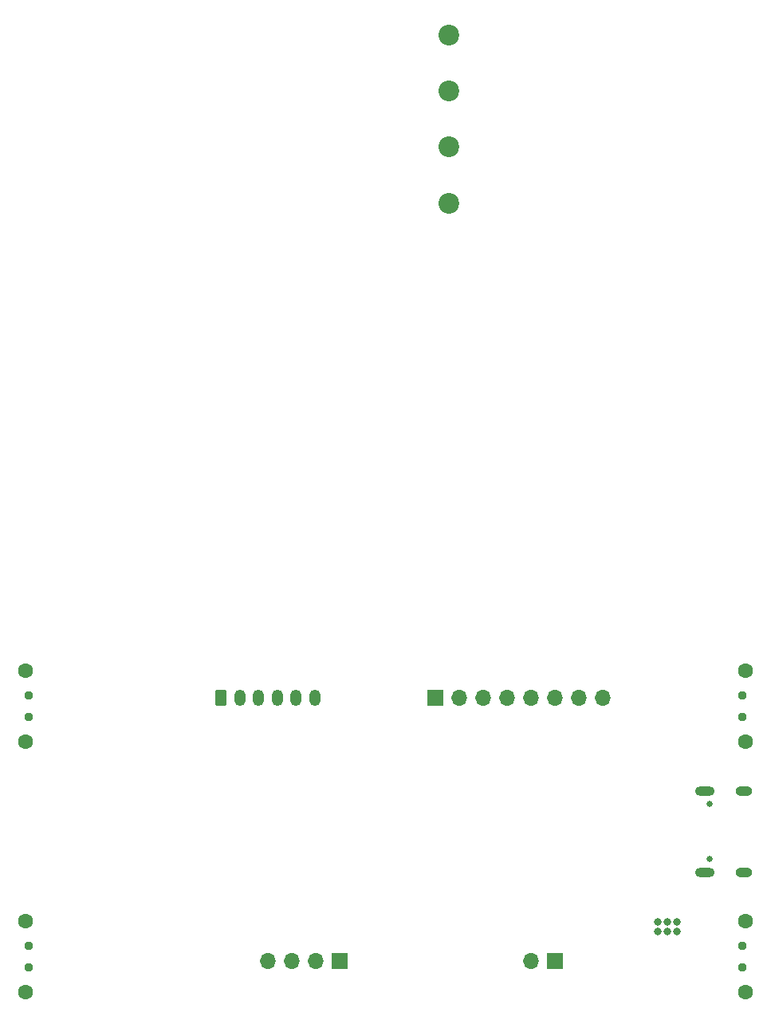
<source format=gbr>
%TF.GenerationSoftware,KiCad,Pcbnew,7.0.5*%
%TF.CreationDate,2023-10-22T09:55:20+02:00*%
%TF.ProjectId,USB E-Ink thing,55534220-452d-4496-9e6b-207468696e67,rev?*%
%TF.SameCoordinates,Original*%
%TF.FileFunction,Soldermask,Bot*%
%TF.FilePolarity,Negative*%
%FSLAX46Y46*%
G04 Gerber Fmt 4.6, Leading zero omitted, Abs format (unit mm)*
G04 Created by KiCad (PCBNEW 7.0.5) date 2023-10-22 09:55:20*
%MOMM*%
%LPD*%
G01*
G04 APERTURE LIST*
G04 Aperture macros list*
%AMRoundRect*
0 Rectangle with rounded corners*
0 $1 Rounding radius*
0 $2 $3 $4 $5 $6 $7 $8 $9 X,Y pos of 4 corners*
0 Add a 4 corners polygon primitive as box body*
4,1,4,$2,$3,$4,$5,$6,$7,$8,$9,$2,$3,0*
0 Add four circle primitives for the rounded corners*
1,1,$1+$1,$2,$3*
1,1,$1+$1,$4,$5*
1,1,$1+$1,$6,$7*
1,1,$1+$1,$8,$9*
0 Add four rect primitives between the rounded corners*
20,1,$1+$1,$2,$3,$4,$5,0*
20,1,$1+$1,$4,$5,$6,$7,0*
20,1,$1+$1,$6,$7,$8,$9,0*
20,1,$1+$1,$8,$9,$2,$3,0*%
G04 Aperture macros list end*
%ADD10C,0.950000*%
%ADD11C,1.600000*%
%ADD12C,2.200000*%
%ADD13C,0.800000*%
%ADD14R,1.700000X1.700000*%
%ADD15O,1.700000X1.700000*%
%ADD16C,0.650000*%
%ADD17O,2.100000X1.000000*%
%ADD18O,1.800000X1.000000*%
%ADD19RoundRect,0.250000X-0.350000X-0.625000X0.350000X-0.625000X0.350000X0.625000X-0.350000X0.625000X0*%
%ADD20O,1.200000X1.750000*%
G04 APERTURE END LIST*
D10*
%TO.C,SW3*%
X177400000Y-103900000D03*
X177400000Y-106200000D03*
D11*
X177700000Y-101300000D03*
X177700000Y-108800000D03*
%TD*%
D12*
%TO.C,H3*%
X146202500Y-45680000D03*
%TD*%
D13*
%TO.C,U3*%
X170410000Y-127960000D03*
X169410000Y-127960000D03*
X168410000Y-127960000D03*
X170410000Y-128960000D03*
X169410000Y-128960000D03*
X168410000Y-128960000D03*
%TD*%
D10*
%TO.C,SW4*%
X177400000Y-130500000D03*
X177400000Y-132800000D03*
D11*
X177700000Y-127900000D03*
X177700000Y-135400000D03*
%TD*%
D12*
%TO.C,H4*%
X146202500Y-51630000D03*
%TD*%
D14*
%TO.C,J3*%
X144780000Y-104140000D03*
D15*
X147320000Y-104140000D03*
X149860000Y-104140000D03*
X152400000Y-104140000D03*
X154940000Y-104140000D03*
X157480000Y-104140000D03*
X160020000Y-104140000D03*
X162560000Y-104140000D03*
%TD*%
D10*
%TO.C,SW1*%
X101600000Y-106200000D03*
X101600000Y-103900000D03*
D11*
X101300000Y-108800000D03*
X101300000Y-101300000D03*
%TD*%
D10*
%TO.C,SW2*%
X101600000Y-132800000D03*
X101600000Y-130500000D03*
D11*
X101300000Y-135400000D03*
X101300000Y-127900000D03*
%TD*%
D12*
%TO.C,H2*%
X146202500Y-39730000D03*
%TD*%
D16*
%TO.C,J6*%
X173885000Y-121240000D03*
X173885000Y-115460000D03*
D17*
X173365000Y-122670000D03*
D18*
X177565000Y-122670000D03*
D17*
X173365000Y-114030000D03*
D18*
X177565000Y-114030000D03*
%TD*%
D19*
%TO.C,J9*%
X122000000Y-104140000D03*
D20*
X124000000Y-104140000D03*
X126000000Y-104140000D03*
X128000000Y-104140000D03*
X130000000Y-104140000D03*
X132000000Y-104140000D03*
%TD*%
D14*
%TO.C,J8*%
X157480000Y-132080000D03*
D15*
X154940000Y-132080000D03*
%TD*%
D12*
%TO.C,H1*%
X146202500Y-33780000D03*
%TD*%
D14*
%TO.C,J4*%
X134620000Y-132080000D03*
D15*
X132080000Y-132080000D03*
X129540000Y-132080000D03*
X127000000Y-132080000D03*
%TD*%
M02*

</source>
